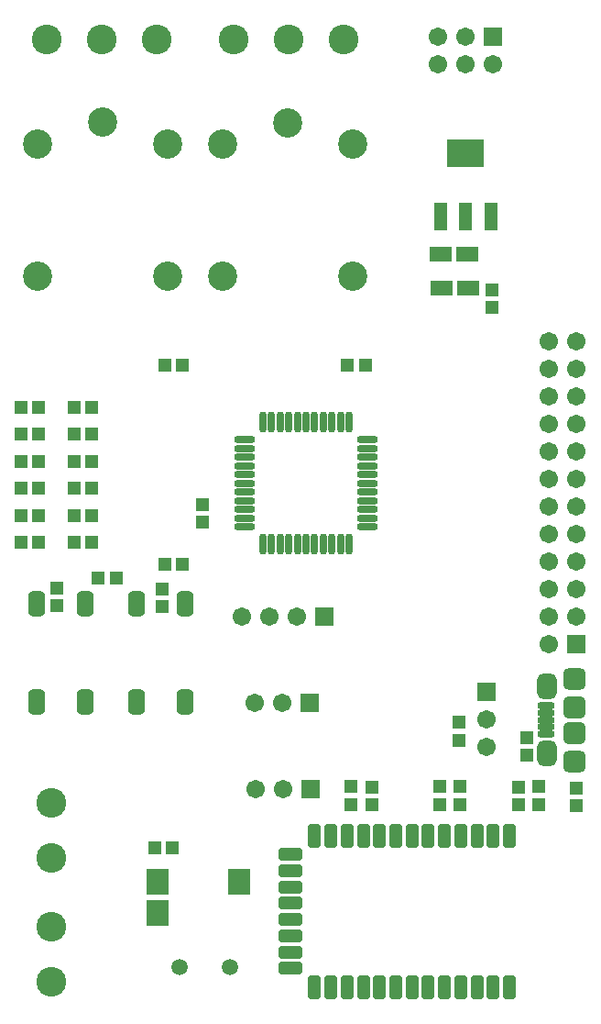
<source format=gts>
%FSLAX25Y25*%
%MOIN*%
G70*
G01*
G75*
G04 Layer_Color=8388736*
%ADD10O,0.06890X0.02165*%
%ADD11O,0.02165X0.06890*%
G04:AMPARAMS|DCode=12|XSize=78.74mil|YSize=39.37mil|CornerRadius=7.87mil|HoleSize=0mil|Usage=FLASHONLY|Rotation=270.000|XOffset=0mil|YOffset=0mil|HoleType=Round|Shape=RoundedRectangle|*
%AMROUNDEDRECTD12*
21,1,0.07874,0.02362,0,0,270.0*
21,1,0.06299,0.03937,0,0,270.0*
1,1,0.01575,-0.01181,-0.03150*
1,1,0.01575,-0.01181,0.03150*
1,1,0.01575,0.01181,0.03150*
1,1,0.01575,0.01181,-0.03150*
%
%ADD12ROUNDEDRECTD12*%
G04:AMPARAMS|DCode=13|XSize=39.37mil|YSize=78.74mil|CornerRadius=7.87mil|HoleSize=0mil|Usage=FLASHONLY|Rotation=270.000|XOffset=0mil|YOffset=0mil|HoleType=Round|Shape=RoundedRectangle|*
%AMROUNDEDRECTD13*
21,1,0.03937,0.06299,0,0,270.0*
21,1,0.02362,0.07874,0,0,270.0*
1,1,0.01575,-0.03150,-0.01181*
1,1,0.01575,-0.03150,0.01181*
1,1,0.01575,0.03150,0.01181*
1,1,0.01575,0.03150,-0.01181*
%
%ADD13ROUNDEDRECTD13*%
%ADD14R,0.03937X0.09449*%
%ADD15R,0.12992X0.09449*%
G04:AMPARAMS|DCode=16|XSize=83mil|YSize=55mil|CornerRadius=13.75mil|HoleSize=0mil|Usage=FLASHONLY|Rotation=90.000|XOffset=0mil|YOffset=0mil|HoleType=Round|Shape=RoundedRectangle|*
%AMROUNDEDRECTD16*
21,1,0.08300,0.02750,0,0,90.0*
21,1,0.05550,0.05500,0,0,90.0*
1,1,0.02750,0.01375,0.02775*
1,1,0.02750,0.01375,-0.02775*
1,1,0.02750,-0.01375,-0.02775*
1,1,0.02750,-0.01375,0.02775*
%
%ADD16ROUNDEDRECTD16*%
%ADD17R,0.03937X0.03937*%
%ADD18R,0.03937X0.03937*%
G04:AMPARAMS|DCode=19|XSize=74.8mil|YSize=74.8mil|CornerRadius=18.7mil|HoleSize=0mil|Usage=FLASHONLY|Rotation=90.000|XOffset=0mil|YOffset=0mil|HoleType=Round|Shape=RoundedRectangle|*
%AMROUNDEDRECTD19*
21,1,0.07480,0.03740,0,0,90.0*
21,1,0.03740,0.07480,0,0,90.0*
1,1,0.03740,0.01870,0.01870*
1,1,0.03740,0.01870,-0.01870*
1,1,0.03740,-0.01870,-0.01870*
1,1,0.03740,-0.01870,0.01870*
%
%ADD19ROUNDEDRECTD19*%
G04:AMPARAMS|DCode=20|XSize=15.75mil|YSize=53.15mil|CornerRadius=3.94mil|HoleSize=0mil|Usage=FLASHONLY|Rotation=90.000|XOffset=0mil|YOffset=0mil|HoleType=Round|Shape=RoundedRectangle|*
%AMROUNDEDRECTD20*
21,1,0.01575,0.04528,0,0,90.0*
21,1,0.00787,0.05315,0,0,90.0*
1,1,0.00787,0.02264,0.00394*
1,1,0.00787,0.02264,-0.00394*
1,1,0.00787,-0.02264,-0.00394*
1,1,0.00787,-0.02264,0.00394*
%
%ADD20ROUNDEDRECTD20*%
G04:AMPARAMS|DCode=21|XSize=70.87mil|YSize=74.8mil|CornerRadius=17.72mil|HoleSize=0mil|Usage=FLASHONLY|Rotation=90.000|XOffset=0mil|YOffset=0mil|HoleType=Round|Shape=RoundedRectangle|*
%AMROUNDEDRECTD21*
21,1,0.07087,0.03937,0,0,90.0*
21,1,0.03543,0.07480,0,0,90.0*
1,1,0.03543,0.01969,0.01772*
1,1,0.03543,0.01969,-0.01772*
1,1,0.03543,-0.01969,-0.01772*
1,1,0.03543,-0.01969,0.01772*
%
%ADD21ROUNDEDRECTD21*%
G04:AMPARAMS|DCode=22|XSize=82.68mil|YSize=62.99mil|CornerRadius=15.75mil|HoleSize=0mil|Usage=FLASHONLY|Rotation=90.000|XOffset=0mil|YOffset=0mil|HoleType=Round|Shape=RoundedRectangle|*
%AMROUNDEDRECTD22*
21,1,0.08268,0.03150,0,0,90.0*
21,1,0.05118,0.06299,0,0,90.0*
1,1,0.03150,0.01575,0.02559*
1,1,0.03150,0.01575,-0.02559*
1,1,0.03150,-0.01575,-0.02559*
1,1,0.03150,-0.01575,0.02559*
%
%ADD22ROUNDEDRECTD22*%
%ADD23R,0.07087X0.08661*%
%ADD24R,0.03740X0.03937*%
%ADD25R,0.07677X0.04724*%
%ADD26R,0.03937X0.03740*%
%ADD27C,0.02000*%
%ADD28C,0.01500*%
%ADD29C,0.01000*%
%ADD30C,0.10000*%
%ADD31C,0.09843*%
%ADD32C,0.10000*%
%ADD33R,0.05906X0.05906*%
%ADD34C,0.05906*%
%ADD35R,0.05906X0.05906*%
%ADD36C,0.05118*%
%ADD37C,0.05000*%
%ADD38R,0.02284X0.04646*%
%ADD39R,0.04134X0.12992*%
%ADD40R,0.41339X0.33071*%
%ADD41R,0.05118X0.02362*%
%ADD42R,0.08661X0.11417*%
%ADD43R,0.04724X0.07677*%
%ADD44C,0.02362*%
%ADD45C,0.00984*%
%ADD46C,0.00394*%
%ADD47C,0.00787*%
%ADD48C,0.00100*%
%ADD49O,0.07690X0.02965*%
%ADD50O,0.02965X0.07690*%
G04:AMPARAMS|DCode=51|XSize=86.74mil|YSize=47.37mil|CornerRadius=11.87mil|HoleSize=0mil|Usage=FLASHONLY|Rotation=270.000|XOffset=0mil|YOffset=0mil|HoleType=Round|Shape=RoundedRectangle|*
%AMROUNDEDRECTD51*
21,1,0.08674,0.02362,0,0,270.0*
21,1,0.06299,0.04737,0,0,270.0*
1,1,0.02375,-0.01181,-0.03150*
1,1,0.02375,-0.01181,0.03150*
1,1,0.02375,0.01181,0.03150*
1,1,0.02375,0.01181,-0.03150*
%
%ADD51ROUNDEDRECTD51*%
G04:AMPARAMS|DCode=52|XSize=47.37mil|YSize=86.74mil|CornerRadius=11.87mil|HoleSize=0mil|Usage=FLASHONLY|Rotation=270.000|XOffset=0mil|YOffset=0mil|HoleType=Round|Shape=RoundedRectangle|*
%AMROUNDEDRECTD52*
21,1,0.04737,0.06299,0,0,270.0*
21,1,0.02362,0.08674,0,0,270.0*
1,1,0.02375,-0.03150,-0.01181*
1,1,0.02375,-0.03150,0.01181*
1,1,0.02375,0.03150,0.01181*
1,1,0.02375,0.03150,-0.01181*
%
%ADD52ROUNDEDRECTD52*%
%ADD53R,0.04737X0.10249*%
%ADD54R,0.13792X0.10249*%
G04:AMPARAMS|DCode=55|XSize=91mil|YSize=63mil|CornerRadius=17.75mil|HoleSize=0mil|Usage=FLASHONLY|Rotation=90.000|XOffset=0mil|YOffset=0mil|HoleType=Round|Shape=RoundedRectangle|*
%AMROUNDEDRECTD55*
21,1,0.09100,0.02750,0,0,90.0*
21,1,0.05550,0.06300,0,0,90.0*
1,1,0.03550,0.01375,0.02775*
1,1,0.03550,0.01375,-0.02775*
1,1,0.03550,-0.01375,-0.02775*
1,1,0.03550,-0.01375,0.02775*
%
%ADD55ROUNDEDRECTD55*%
%ADD56R,0.04737X0.04737*%
%ADD57R,0.04737X0.04737*%
G04:AMPARAMS|DCode=58|XSize=82.8mil|YSize=82.8mil|CornerRadius=22.7mil|HoleSize=0mil|Usage=FLASHONLY|Rotation=90.000|XOffset=0mil|YOffset=0mil|HoleType=Round|Shape=RoundedRectangle|*
%AMROUNDEDRECTD58*
21,1,0.08280,0.03740,0,0,90.0*
21,1,0.03740,0.08280,0,0,90.0*
1,1,0.04540,0.01870,0.01870*
1,1,0.04540,0.01870,-0.01870*
1,1,0.04540,-0.01870,-0.01870*
1,1,0.04540,-0.01870,0.01870*
%
%ADD58ROUNDEDRECTD58*%
G04:AMPARAMS|DCode=59|XSize=23.75mil|YSize=61.15mil|CornerRadius=7.94mil|HoleSize=0mil|Usage=FLASHONLY|Rotation=90.000|XOffset=0mil|YOffset=0mil|HoleType=Round|Shape=RoundedRectangle|*
%AMROUNDEDRECTD59*
21,1,0.02375,0.04528,0,0,90.0*
21,1,0.00787,0.06115,0,0,90.0*
1,1,0.01587,0.02264,0.00394*
1,1,0.01587,0.02264,-0.00394*
1,1,0.01587,-0.02264,-0.00394*
1,1,0.01587,-0.02264,0.00394*
%
%ADD59ROUNDEDRECTD59*%
G04:AMPARAMS|DCode=60|XSize=78.87mil|YSize=82.8mil|CornerRadius=21.72mil|HoleSize=0mil|Usage=FLASHONLY|Rotation=90.000|XOffset=0mil|YOffset=0mil|HoleType=Round|Shape=RoundedRectangle|*
%AMROUNDEDRECTD60*
21,1,0.07887,0.03937,0,0,90.0*
21,1,0.03543,0.08280,0,0,90.0*
1,1,0.04343,0.01969,0.01772*
1,1,0.04343,0.01969,-0.01772*
1,1,0.04343,-0.01969,-0.01772*
1,1,0.04343,-0.01969,0.01772*
%
%ADD60ROUNDEDRECTD60*%
G04:AMPARAMS|DCode=61|XSize=90.68mil|YSize=70.99mil|CornerRadius=19.75mil|HoleSize=0mil|Usage=FLASHONLY|Rotation=90.000|XOffset=0mil|YOffset=0mil|HoleType=Round|Shape=RoundedRectangle|*
%AMROUNDEDRECTD61*
21,1,0.09068,0.03150,0,0,90.0*
21,1,0.05118,0.07099,0,0,90.0*
1,1,0.03950,0.01575,0.02559*
1,1,0.03950,0.01575,-0.02559*
1,1,0.03950,-0.01575,-0.02559*
1,1,0.03950,-0.01575,0.02559*
%
%ADD61ROUNDEDRECTD61*%
%ADD62R,0.07887X0.09461*%
%ADD63R,0.04540X0.04737*%
%ADD64R,0.08477X0.05524*%
%ADD65R,0.04737X0.04540*%
%ADD66C,0.10642*%
%ADD67C,0.10800*%
%ADD68R,0.06706X0.06706*%
%ADD69C,0.06706*%
%ADD70R,0.06706X0.06706*%
%ADD71C,0.05918*%
D49*
X320571Y340650D02*
D03*
Y337500D02*
D03*
Y334350D02*
D03*
Y331201D02*
D03*
Y328051D02*
D03*
Y324902D02*
D03*
Y321752D02*
D03*
Y318602D02*
D03*
Y315453D02*
D03*
Y312303D02*
D03*
Y309154D02*
D03*
X365059D02*
D03*
Y312303D02*
D03*
Y315453D02*
D03*
Y318602D02*
D03*
Y321752D02*
D03*
Y324902D02*
D03*
Y328051D02*
D03*
Y331201D02*
D03*
Y334350D02*
D03*
Y337500D02*
D03*
Y340650D02*
D03*
D50*
X327067Y302658D02*
D03*
X330217D02*
D03*
X333366D02*
D03*
X336516D02*
D03*
X339665D02*
D03*
X342815D02*
D03*
X345965D02*
D03*
X349114D02*
D03*
X352264D02*
D03*
X355413D02*
D03*
X358563D02*
D03*
Y347146D02*
D03*
X355413D02*
D03*
X352264D02*
D03*
X349114D02*
D03*
X345965D02*
D03*
X342815D02*
D03*
X339665D02*
D03*
X336516D02*
D03*
X333366D02*
D03*
X330217D02*
D03*
X327067D02*
D03*
D51*
X416831Y196949D02*
D03*
X410925D02*
D03*
X405020D02*
D03*
X399114D02*
D03*
X393209D02*
D03*
X387303D02*
D03*
X381398D02*
D03*
X375492D02*
D03*
X369587D02*
D03*
X363681D02*
D03*
X357776D02*
D03*
X351870D02*
D03*
X345965D02*
D03*
Y141831D02*
D03*
X351870D02*
D03*
X357776D02*
D03*
X363681D02*
D03*
X369587D02*
D03*
X375492D02*
D03*
X381398D02*
D03*
X387303D02*
D03*
X393209D02*
D03*
X399114D02*
D03*
X405020D02*
D03*
X410925D02*
D03*
X416831D02*
D03*
D52*
X337106Y190059D02*
D03*
Y184154D02*
D03*
Y178248D02*
D03*
Y172343D02*
D03*
Y166437D02*
D03*
Y160531D02*
D03*
Y154626D02*
D03*
Y148721D02*
D03*
D53*
X391929Y421850D02*
D03*
X400984D02*
D03*
X410039D02*
D03*
D54*
X400984Y444685D02*
D03*
D55*
X281102Y245472D02*
D03*
X298802D02*
D03*
X281102Y281272D02*
D03*
X298802D02*
D03*
X244685Y245472D02*
D03*
X262385D02*
D03*
X244685Y281272D02*
D03*
X262385D02*
D03*
D56*
X264961Y303465D02*
D03*
X258465D02*
D03*
X264961Y313287D02*
D03*
X258465D02*
D03*
X264961Y323110D02*
D03*
X258465D02*
D03*
X264961Y332933D02*
D03*
X258465D02*
D03*
X264961Y342755D02*
D03*
X258465D02*
D03*
X264961Y352578D02*
D03*
X258465D02*
D03*
X291339Y295374D02*
D03*
X297835D02*
D03*
X267224Y290354D02*
D03*
X273721D02*
D03*
X245571Y303465D02*
D03*
X239075D02*
D03*
X245571Y313287D02*
D03*
X239075D02*
D03*
X245571Y323110D02*
D03*
X239075D02*
D03*
X245571Y332933D02*
D03*
X239075D02*
D03*
X245571Y342755D02*
D03*
X239075D02*
D03*
X245571Y352578D02*
D03*
X239075D02*
D03*
X297933Y367815D02*
D03*
X291437D02*
D03*
X364469D02*
D03*
X357972D02*
D03*
D57*
X427395Y208169D02*
D03*
Y214665D02*
D03*
X398721Y208169D02*
D03*
Y214665D02*
D03*
X366929Y214567D02*
D03*
Y208071D02*
D03*
X420177Y214567D02*
D03*
Y208071D02*
D03*
X410433Y388779D02*
D03*
Y395276D02*
D03*
X398425Y238090D02*
D03*
Y231594D02*
D03*
X391535Y214665D02*
D03*
Y208169D02*
D03*
X359154Y208169D02*
D03*
Y214665D02*
D03*
D58*
X440551Y243602D02*
D03*
Y234154D02*
D03*
D59*
X430020Y243996D02*
D03*
Y241437D02*
D03*
Y238878D02*
D03*
Y236319D02*
D03*
Y233760D02*
D03*
D60*
X440551Y253839D02*
D03*
X440531Y223917D02*
D03*
D61*
X430512Y226673D02*
D03*
Y251083D02*
D03*
D62*
X288681Y168701D02*
D03*
Y180118D02*
D03*
X318602D02*
D03*
D63*
X423327Y232382D02*
D03*
Y226083D02*
D03*
X290650Y280020D02*
D03*
Y286319D02*
D03*
X252165Y280413D02*
D03*
Y286713D02*
D03*
X305315Y310728D02*
D03*
Y317028D02*
D03*
X441043Y207972D02*
D03*
Y214272D02*
D03*
D64*
X401673Y395768D02*
D03*
X392028D02*
D03*
X401575Y408268D02*
D03*
X391929D02*
D03*
D65*
X287795Y192520D02*
D03*
X294094D02*
D03*
D66*
X245177Y400197D02*
D03*
X292421D02*
D03*
Y448228D02*
D03*
X245177D02*
D03*
X268799Y456102D02*
D03*
X312500Y400000D02*
D03*
X359744D02*
D03*
Y448032D02*
D03*
X312500D02*
D03*
X336122Y455905D02*
D03*
D67*
X250098Y163799D02*
D03*
Y143799D02*
D03*
X250295Y208976D02*
D03*
Y188976D02*
D03*
X248602Y486221D02*
D03*
X268602D02*
D03*
X288602D02*
D03*
X316516Y486122D02*
D03*
X336516D02*
D03*
X356516D02*
D03*
D68*
X349410Y276378D02*
D03*
X344587Y213878D02*
D03*
X410827Y487205D02*
D03*
X344193Y245276D02*
D03*
D69*
X339409Y276378D02*
D03*
X329410D02*
D03*
X319409D02*
D03*
X334587Y213878D02*
D03*
X324587D02*
D03*
X431043Y376535D02*
D03*
X441043D02*
D03*
X431043Y366535D02*
D03*
X441043D02*
D03*
X431043Y356535D02*
D03*
X441043D02*
D03*
X431043Y346535D02*
D03*
X441043D02*
D03*
X431043Y336535D02*
D03*
X441043D02*
D03*
X431043Y326535D02*
D03*
X441043D02*
D03*
X431043Y316535D02*
D03*
X441043D02*
D03*
X431043Y306535D02*
D03*
X441043D02*
D03*
X431043Y296535D02*
D03*
X441043D02*
D03*
X431043Y286535D02*
D03*
X441043D02*
D03*
X431043Y276535D02*
D03*
X441043D02*
D03*
X431043Y266535D02*
D03*
X390827Y477205D02*
D03*
Y487205D02*
D03*
X400827Y477205D02*
D03*
Y487205D02*
D03*
X410827Y477205D02*
D03*
X334193Y245276D02*
D03*
X324193D02*
D03*
X408465Y229213D02*
D03*
Y239213D02*
D03*
D70*
X441043Y266535D02*
D03*
X408465Y249213D02*
D03*
D71*
X315059Y149016D02*
D03*
X296850D02*
D03*
M02*

</source>
